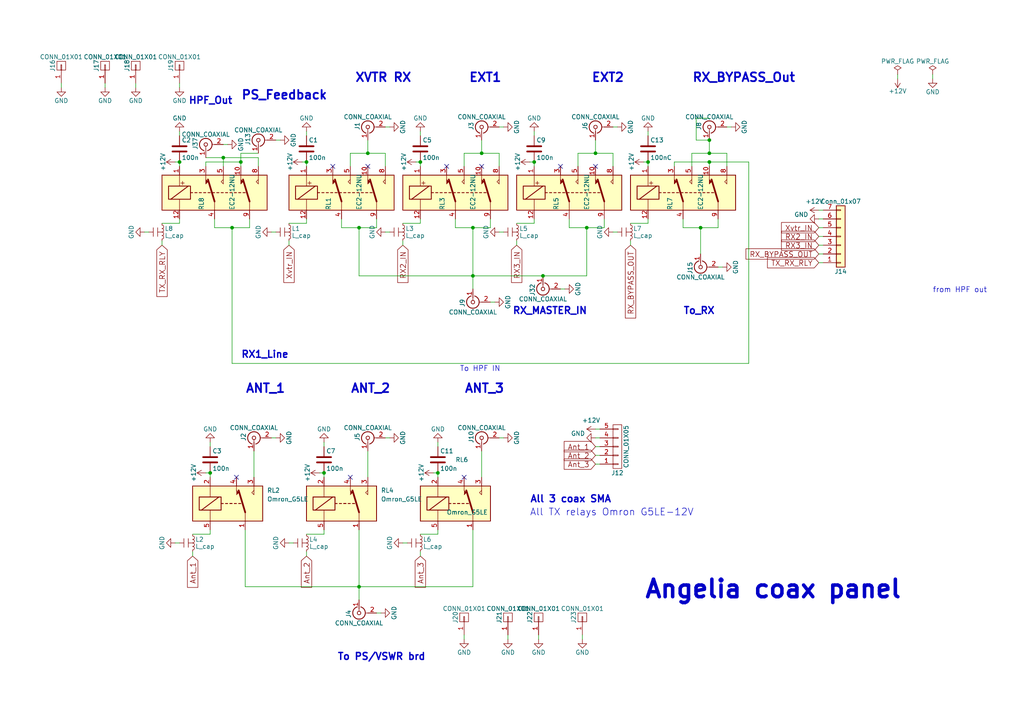
<source format=kicad_sch>
(kicad_sch (version 20230121) (generator eeschema)
  (paper "A4")
  (lib_symbols
    (symbol "Omron_G5LE:Omron_G5LE" (pin_names (offset 1.016))
      (property "Reference" "RL" (at 11.43 3.81 0))
      (property "Value" "Omron_G5LE" (at 11.43 1.27 0))
      (property "Datasheet" "http://gfinder.findernet.com//assets/Series/5/S40EN.pdf" (at 0 0 0))
      (symbol "Omron_G5LE_0_0"
        (polyline (pts (xy 2.54 3.81) (xy 2.54 5.08)))
        (polyline (pts (xy 7.62 3.81) (xy 7.62 5.08)))
        (polyline (pts (xy 7.62 3.81) (xy 7.62 2.54) (xy 6.985 3.175) (xy 7.62 3.81)))
      )
      (symbol "Omron_G5LE_0_1"
        (rectangle (start -10.16 5.08) (end 10.16 -5.08) (stroke (width 0.254)) (fill (type background)))
        (rectangle (start -8.255 1.905) (end -1.905 -1.905) (stroke (width 0.254)))
        (polyline (pts (xy -7.62 -1.905) (xy -2.54 1.905)) (stroke (width 0.254)))
        (polyline (pts (xy -5.08 -5.08) (xy -5.08 -1.905)))
        (polyline (pts (xy -5.08 5.08) (xy -5.08 1.905)))
        (polyline (pts (xy -1.905 0) (xy -1.27 0)) (stroke (width 0.254)))
        (polyline (pts (xy -0.635 0) (xy 0 0)) (stroke (width 0.254)))
        (polyline (pts (xy 0.635 0) (xy 1.27 0)) (stroke (width 0.254)))
        (polyline (pts (xy 0.635 0) (xy 1.27 0)) (stroke (width 0.254)))
        (polyline (pts (xy 1.905 0) (xy 2.54 0)) (stroke (width 0.254)))
        (polyline (pts (xy 3.175 0) (xy 3.81 0)) (stroke (width 0.254)))
        (polyline (pts (xy 5.08 -2.54) (xy 3.175 3.81)) (stroke (width 0.508)))
        (polyline (pts (xy 5.08 -2.54) (xy 5.08 -5.08)))
        (polyline (pts (xy 2.54 2.54) (xy 3.175 3.175) (xy 2.54 3.81)) (fill (type outline)))
      )
      (symbol "Omron_G5LE_1_1"
        (pin passive line (at 5.08 -7.62 90) (length 2.54) (name "~") (number "1"))
        (pin passive line (at -5.08 7.62 270) (length 2.54) (name "~") (number "2"))
        (pin passive line (at 7.62 7.62 270) (length 2.54) (name "~") (number "3"))
        (pin passive line (at 2.54 7.62 270) (length 2.54) (name "~") (number "4"))
        (pin passive line (at -5.08 -7.62 90) (length 2.54) (name "~") (number "5"))
      )
    )
    (symbol "RX_Ant-rescue:+12V" (power) (pin_names (offset 0))
      (property "Value" "+12V" (at 0 3.556 0))
      (symbol "+12V_0_1"
        (polyline (pts (xy -0.762 1.27) (xy 0 2.54)))
        (polyline (pts (xy 0 0) (xy 0 2.54)))
        (polyline (pts (xy 0 2.54) (xy 0.762 1.27)))
      )
      (symbol "+12V_1_1"
        (pin power_in line (at 0 0 90) (length 0) hide (name "+12V") (number "1"))
      )
    )
    (symbol "RX_Ant-rescue:C" (pin_numbers hide) (pin_names (offset 0.254))
      (property "Reference" "C" (at 0.635 2.54 0))
      (property "Value" "C" (at 0.635 -2.54 0))
      (symbol "C_0_1"
        (polyline (pts (xy -2.032 -0.762) (xy 2.032 -0.762)) (stroke (width 0.508)))
        (polyline (pts (xy -2.032 0.762) (xy 2.032 0.762)) (stroke (width 0.508)))
      )
      (symbol "C_1_1"
        (pin passive line (at 0 3.81 270) (length 2.794) (name "~") (number "1"))
        (pin passive line (at 0 -3.81 90) (length 2.794) (name "~") (number "2"))
      )
    )
    (symbol "RX_Ant-rescue:CONN_01X01" (pin_names (offset 1.016) hide)
      (property "Reference" "J" (at 0 2.54 0))
      (property "Value" "CONN_01X01" (at 2.54 0 90))
      (symbol "CONN_01X01_0_1"
        (rectangle (start -1.27 0.127) (end 0.254 -0.127))
        (rectangle (start -1.27 1.27) (end 1.27 -1.27))
      )
      (symbol "CONN_01X01_1_1"
        (pin passive line (at -5.08 0 0) (length 3.81) (name "P1") (number "1"))
      )
    )
    (symbol "RX_Ant-rescue:CONN_01X05" (pin_names (offset 1.016) hide)
      (property "Reference" "J" (at 0 7.62 0))
      (property "Value" "CONN_01X05" (at 2.54 0 90))
      (symbol "CONN_01X05_0_1"
        (rectangle (start -1.27 -4.953) (end 0.254 -5.207))
        (rectangle (start -1.27 -2.413) (end 0.254 -2.667))
        (rectangle (start -1.27 0.127) (end 0.254 -0.127))
        (rectangle (start -1.27 2.667) (end 0.254 2.413))
        (rectangle (start -1.27 5.207) (end 0.254 4.953))
        (rectangle (start -1.27 6.35) (end 1.27 -6.35))
      )
      (symbol "CONN_01X05_1_1"
        (pin passive line (at -5.08 5.08 0) (length 3.81) (name "P1") (number "1"))
        (pin passive line (at -5.08 2.54 0) (length 3.81) (name "P2") (number "2"))
        (pin passive line (at -5.08 0 0) (length 3.81) (name "P3") (number "3"))
        (pin passive line (at -5.08 -2.54 0) (length 3.81) (name "P4") (number "4"))
        (pin passive line (at -5.08 -5.08 0) (length 3.81) (name "P5") (number "5"))
      )
    )
    (symbol "RX_Ant-rescue:CONN_COAXIAL" (pin_names (offset 1.016) hide)
      (property "Reference" "J" (at 0.254 3.048 0))
      (property "Value" "CONN_COAXIAL" (at 2.921 0 90))
      (symbol "CONN_COAXIAL_0_1"
        (arc (start -1.778 -0.508) (mid 0.2311 -1.8066) (end 1.778 0) (stroke (width 0.254)))
        (polyline (pts (xy -1.27 0) (xy -0.508 0)))
        (polyline (pts (xy 0 -2.54) (xy 0 -1.778)))
        (circle (center 0 0) (radius 0.508) (stroke (width 0.2032)))
        (arc (start 1.778 0) (mid 0.2099 1.8101) (end -1.778 0.508) (stroke (width 0.254)))
      )
      (symbol "CONN_COAXIAL_1_1"
        (pin passive line (at -3.81 0 0) (length 2.54) (name "In") (number "1"))
        (pin passive line (at 0 -5.08 90) (length 2.54) (name "Ext") (number "2"))
      )
    )
    (symbol "RX_Ant-rescue:Conn_01x07" (pin_names (offset 1.016) hide)
      (property "Reference" "J" (at 0 10.16 0))
      (property "Value" "Conn_01x07" (at 0 -10.16 0))
      (symbol "Conn_01x07_1_1"
        (rectangle (start -1.27 -7.493) (end 0 -7.747) (stroke (width 0.1524)))
        (rectangle (start -1.27 -4.953) (end 0 -5.207) (stroke (width 0.1524)))
        (rectangle (start -1.27 -2.413) (end 0 -2.667) (stroke (width 0.1524)))
        (rectangle (start -1.27 0.127) (end 0 -0.127) (stroke (width 0.1524)))
        (rectangle (start -1.27 2.667) (end 0 2.413) (stroke (width 0.1524)))
        (rectangle (start -1.27 5.207) (end 0 4.953) (stroke (width 0.1524)))
        (rectangle (start -1.27 7.747) (end 0 7.493) (stroke (width 0.1524)))
        (rectangle (start -1.27 8.89) (end 1.27 -8.89) (stroke (width 0.254)) (fill (type background)))
        (pin passive line (at -5.08 7.62 0) (length 3.81) (name "Pin_1") (number "1"))
        (pin passive line (at -5.08 5.08 0) (length 3.81) (name "Pin_2") (number "2"))
        (pin passive line (at -5.08 2.54 0) (length 3.81) (name "Pin_3") (number "3"))
        (pin passive line (at -5.08 0 0) (length 3.81) (name "Pin_4") (number "4"))
        (pin passive line (at -5.08 -2.54 0) (length 3.81) (name "Pin_5") (number "5"))
        (pin passive line (at -5.08 -5.08 0) (length 3.81) (name "Pin_6") (number "6"))
        (pin passive line (at -5.08 -7.62 0) (length 3.81) (name "Pin_7") (number "7"))
      )
    )
    (symbol "RX_Ant-rescue:GND" (power) (pin_numbers hide) (pin_names (offset 0) hide)
      (property "Value" "GND" (at 0 -3.81 0))
      (symbol "GND_0_1"
        (polyline (pts (xy 0 0) (xy 0 -1.27) (xy 1.27 -1.27) (xy 0 -2.54) (xy -1.27 -1.27) (xy 0 -1.27)))
      )
      (symbol "GND_1_1"
        (pin power_in line (at 0 0 270) (length 0) hide (name "GND") (number "1"))
      )
    )
    (symbol "RX_Ant-rescue:PWR_FLAG" (power) (pin_numbers hide) (pin_names (offset 0) hide)
      (property "Value" "PWR_FLAG" (at 0 3.81 0))
      (symbol "PWR_FLAG_0_0"
        (pin power_out line (at 0 0 90) (length 0) (name "pwr") (number "1"))
      )
      (symbol "PWR_FLAG_0_1"
        (polyline (pts (xy 0 0) (xy 0 1.27) (xy -1.016 1.905) (xy 0 2.54) (xy 1.016 1.905) (xy 0 1.27)))
      )
    )
    (symbol "ee2-5nu:EC2-12NU" (pin_names (offset 1.016))
      (property "Reference" "RL" (at 21.59 3.81 0))
      (property "Value" "EC2-12NU" (at 21.59 1.27 0))
      (symbol "EC2-12NU_0_1"
        (rectangle (start -10.16 5.08) (end 20.32 -5.08) (stroke (width 0.254)) (fill (type background)))
        (rectangle (start -8.255 1.905) (end -1.905 -1.905) (stroke (width 0.254)))
        (polyline (pts (xy -7.62 -1.905) (xy -2.54 1.905)) (stroke (width 0.254)))
        (polyline (pts (xy -5.08 -5.08) (xy -5.08 -1.905)))
        (polyline (pts (xy -5.08 5.08) (xy -5.08 1.905)))
        (polyline (pts (xy -4.699 2.794) (xy -3.683 2.794)))
        (polyline (pts (xy -4.191 3.302) (xy -4.191 2.286)))
        (polyline (pts (xy -1.905 0) (xy -1.27 0)) (stroke (width 0.254)))
        (polyline (pts (xy -0.635 0) (xy 0 0)) (stroke (width 0.254)))
        (polyline (pts (xy 0.635 0) (xy 1.27 0)) (stroke (width 0.254)))
        (polyline (pts (xy 1.905 0) (xy 2.54 0)) (stroke (width 0.254)))
        (polyline (pts (xy 2.54 2.54) (xy 2.54 5.08)))
        (polyline (pts (xy 3.175 0) (xy 3.81 0)) (stroke (width 0.254)))
        (polyline (pts (xy 4.445 0) (xy 5.08 0)) (stroke (width 0.254)))
        (polyline (pts (xy 5.08 -2.54) (xy 3.175 3.81)) (stroke (width 0.508)))
        (polyline (pts (xy 5.08 -2.54) (xy 5.08 -5.08)))
        (polyline (pts (xy 5.715 0) (xy 6.35 0)) (stroke (width 0.254)))
        (polyline (pts (xy 6.985 0) (xy 7.62 0)) (stroke (width 0.254)))
        (polyline (pts (xy 7.62 2.54) (xy 7.62 5.08)))
        (polyline (pts (xy 8.255 0) (xy 8.89 0)) (stroke (width 0.254)))
        (polyline (pts (xy 9.525 0) (xy 10.16 0)) (stroke (width 0.254)))
        (polyline (pts (xy 10.795 0) (xy 11.43 0)) (stroke (width 0.254)))
        (polyline (pts (xy 12.065 0) (xy 12.7 0)) (stroke (width 0.254)))
        (polyline (pts (xy 12.7 2.54) (xy 12.7 5.08)))
        (polyline (pts (xy 13.335 0) (xy 13.97 0)) (stroke (width 0.254)))
        (polyline (pts (xy 15.24 -2.54) (xy 13.335 3.81)) (stroke (width 0.508)))
        (polyline (pts (xy 15.24 -2.54) (xy 15.24 -5.08)))
        (polyline (pts (xy 17.78 2.54) (xy 17.78 5.08)))
        (polyline (pts (xy 2.54 2.54) (xy 3.175 3.175) (xy 2.54 3.81)) (fill (type outline)))
        (polyline (pts (xy 7.62 2.54) (xy 6.985 3.175) (xy 7.62 3.81)))
        (polyline (pts (xy 12.7 2.54) (xy 13.335 3.175) (xy 12.7 3.81)) (fill (type outline)))
        (polyline (pts (xy 17.78 2.54) (xy 17.145 3.175) (xy 17.78 3.81)))
      )
      (symbol "EC2-12NU_1_1"
        (pin passive line (at -5.08 7.62 270) (length 2.54) (name "~") (number "1"))
        (pin passive line (at 12.7 7.62 270) (length 2.54) (name "~") (number "10"))
        (pin passive line (at -5.08 -7.62 90) (length 2.54) (name "~") (number "12"))
        (pin passive line (at 2.54 7.62 270) (length 2.54) (name "~") (number "3"))
        (pin passive line (at 5.08 -7.62 90) (length 2.54) (name "~") (number "4"))
        (pin passive line (at 7.62 7.62 270) (length 2.54) (name "~") (number "5"))
        (pin passive line (at 17.78 7.62 270) (length 2.54) (name "~") (number "8"))
        (pin passive line (at 15.24 -7.62 90) (length 2.54) (name "~") (number "9"))
      )
    )
    (symbol "l_cap:L_cap" (pin_numbers hide) (pin_names (offset 0.254) hide)
      (property "Reference" "L" (at 0.762 1.016 0))
      (property "Value" "L_cap" (at 0.762 -1.016 0))
      (symbol "L_cap_0_1"
        (arc (start 0 -2.032) (mid 0.5058 -1.524) (end 0 -1.016))
        (arc (start 0 -1.016) (mid 0.5058 -0.508) (end 0 0))
        (polyline (pts (xy -2.54 1.27) (xy -2.54 -1.27)))
        (polyline (pts (xy -1.27 1.27) (xy -1.27 -1.27)))
        (polyline (pts (xy 0 0) (xy -1.27 0)))
        (arc (start 0 0) (mid 0.5058 0.508) (end 0 1.016))
        (arc (start 0 1.016) (mid 0.5058 1.524) (end 0 2.032))
      )
      (symbol "L_cap_1_1"
        (pin passive line (at 0 2.54 270) (length 0.508) (name "~") (number "1"))
        (pin input line (at -3.81 0 0) (length 1.1938) (name "~") (number "2"))
        (pin passive line (at 0 -2.54 90) (length 0.508) (name "~") (number "3"))
      )
    )
  )
  (junction (at 69.85 46.99))
  (junction (at 139.7 44.45))
  (junction (at 205.74 46.99))
  (junction (at 52.07 46.99))
  (junction (at 154.94 46.99))
  (junction (at 205.74 44.45))
  (junction (at 127 137.16))
  (junction (at 203.2 66.04))
  (junction (at 137.16 80.01))
  (junction (at 93.98 137.16))
  (junction (at 104.14 66.04))
  (junction (at 67.31 66.04))
  (junction (at 157.48 80.01))
  (junction (at 104.14 170.18))
  (junction (at 121.92 46.99))
  (junction (at 88.9 46.99))
  (junction (at 106.68 44.45))
  (junction (at 205.74 40.64))
  (junction (at 172.72 44.45))
  (junction (at 60.96 137.16))
  (junction (at 137.16 66.04))
  (junction (at 170.18 66.04))
  (junction (at 187.96 46.99))
  (junction (at 64.77 45.72))
  (no_connect (at 101.6 138.43))
  (no_connect (at 106.68 48.26))
  (no_connect (at 162.56 48.26))
  (no_connect (at 139.7 48.26))
  (no_connect (at 129.54 48.26))
  (no_connect (at 172.72 48.26))
  (no_connect (at 96.52 48.26))
  (no_connect (at 68.58 138.43))
  (no_connect (at 134.62 138.43))
  (wire (pts (xy 80.01 67.31) (xy 78.74 67.31)))
  (wire (pts (xy 177.8 36.83) (xy 179.07 36.83)))
  (wire (pts (xy 144.78 44.45) (xy 144.78 48.26)))
  (wire (pts (xy 147.32 184.15) (xy 147.32 185.42)))
  (wire (pts (xy 60.96 137.16) (xy 60.96 138.43)))
  (wire (pts (xy 17.78 24.13) (xy 17.78 25.4)))
  (wire (pts (xy 132.08 66.04) (xy 137.16 66.04)))
  (wire (pts (xy 237.49 60.96) (xy 238.76 60.96)))
  (wire (pts (xy 104.14 153.67) (xy 104.14 170.18)))
  (wire (pts (xy 93.98 129.54) (xy 93.98 128.27)))
  (wire (pts (xy 139.7 40.64) (xy 139.7 44.45)))
  (wire (pts (xy 186.69 46.99) (xy 187.96 46.99)))
  (wire (pts (xy 137.16 170.18) (xy 137.16 153.67)))
  (wire (pts (xy 111.76 44.45) (xy 111.76 48.26)))
  (wire (pts (xy 172.72 132.08) (xy 173.99 132.08)))
  (wire (pts (xy 87.63 46.99) (xy 88.9 46.99)))
  (wire (pts (xy 52.07 64.77) (xy 46.99 64.77)))
  (wire (pts (xy 154.94 63.5) (xy 154.94 64.77)))
  (wire (pts (xy 80.01 40.64) (xy 81.28 40.64)))
  (wire (pts (xy 88.9 63.5) (xy 88.9 64.77)))
  (wire (pts (xy 210.82 44.45) (xy 210.82 48.26)))
  (wire (pts (xy 104.14 170.18) (xy 104.14 173.99)))
  (wire (pts (xy 71.12 153.67) (xy 71.12 170.18)))
  (wire (pts (xy 127 129.54) (xy 127 128.27)))
  (wire (pts (xy 187.96 63.5) (xy 187.96 64.77)))
  (wire (pts (xy 120.65 46.99) (xy 121.92 46.99)))
  (wire (pts (xy 205.74 40.64) (xy 205.74 44.45)))
  (wire (pts (xy 134.62 48.26) (xy 134.62 44.45)))
  (wire (pts (xy 62.23 66.04) (xy 67.31 66.04)))
  (wire (pts (xy 198.12 66.04) (xy 203.2 66.04)))
  (wire (pts (xy 88.9 64.77) (xy 83.82 64.77)))
  (wire (pts (xy 118.11 157.48) (xy 116.84 157.48)))
  (wire (pts (xy 208.28 66.04) (xy 208.28 63.5)))
  (wire (pts (xy 113.03 67.31) (xy 111.76 67.31)))
  (wire (pts (xy 144.78 36.83) (xy 146.05 36.83)))
  (wire (pts (xy 205.74 44.45) (xy 210.82 44.45)))
  (wire (pts (xy 165.1 63.5) (xy 165.1 66.04)))
  (wire (pts (xy 67.31 105.41) (xy 217.17 105.41)))
  (wire (pts (xy 69.85 46.99) (xy 69.85 44.45)))
  (wire (pts (xy 93.98 154.94) (xy 88.9 154.94)))
  (wire (pts (xy 237.49 66.04) (xy 238.76 66.04)))
  (wire (pts (xy 237.49 73.66) (xy 238.76 73.66)))
  (wire (pts (xy 99.06 66.04) (xy 104.14 66.04)))
  (wire (pts (xy 109.22 177.8) (xy 110.49 177.8)))
  (wire (pts (xy 142.24 66.04) (xy 142.24 63.5)))
  (wire (pts (xy 74.93 45.72) (xy 74.93 48.26)))
  (wire (pts (xy 52.07 157.48) (xy 50.8 157.48)))
  (wire (pts (xy 99.06 63.5) (xy 99.06 66.04)))
  (wire (pts (xy 198.12 63.5) (xy 198.12 66.04)))
  (wire (pts (xy 187.96 39.37) (xy 187.96 38.1)))
  (wire (pts (xy 104.14 66.04) (xy 109.22 66.04)))
  (wire (pts (xy 46.99 69.85) (xy 46.99 71.12)))
  (wire (pts (xy 121.92 64.77) (xy 116.84 64.77)))
  (wire (pts (xy 121.92 39.37) (xy 121.92 38.1)))
  (wire (pts (xy 168.91 184.15) (xy 168.91 185.42)))
  (wire (pts (xy 210.82 36.83) (xy 212.09 36.83)))
  (wire (pts (xy 132.08 63.5) (xy 132.08 66.04)))
  (wire (pts (xy 156.21 184.15) (xy 156.21 185.42)))
  (wire (pts (xy 64.77 41.91) (xy 66.04 41.91)))
  (wire (pts (xy 62.23 63.5) (xy 62.23 66.04)))
  (wire (pts (xy 101.6 44.45) (xy 106.68 44.45)))
  (wire (pts (xy 88.9 160.02) (xy 88.9 161.29)))
  (wire (pts (xy 104.14 66.04) (xy 104.14 80.01)))
  (wire (pts (xy 154.94 39.37) (xy 154.94 38.1)))
  (wire (pts (xy 217.17 46.99) (xy 205.74 46.99)))
  (wire (pts (xy 170.18 80.01) (xy 170.18 66.04)))
  (wire (pts (xy 201.93 40.64) (xy 205.74 40.64)))
  (wire (pts (xy 59.69 45.72) (xy 64.77 45.72)))
  (wire (pts (xy 52.07 39.37) (xy 52.07 38.1)))
  (wire (pts (xy 52.07 46.99) (xy 52.07 48.26)))
  (wire (pts (xy 60.96 153.67) (xy 60.96 154.94)))
  (wire (pts (xy 154.94 46.99) (xy 154.94 48.26)))
  (wire (pts (xy 175.26 66.04) (xy 175.26 63.5)))
  (wire (pts (xy 144.78 127) (xy 146.05 127)))
  (wire (pts (xy 195.58 48.26) (xy 195.58 46.99)))
  (wire (pts (xy 64.77 48.26) (xy 64.77 45.72)))
  (wire (pts (xy 170.18 66.04) (xy 175.26 66.04)))
  (wire (pts (xy 182.88 69.85) (xy 182.88 71.12)))
  (wire (pts (xy 55.88 160.02) (xy 55.88 161.29)))
  (wire (pts (xy 134.62 44.45) (xy 139.7 44.45)))
  (wire (pts (xy 78.74 127) (xy 80.01 127)))
  (wire (pts (xy 187.96 64.77) (xy 182.88 64.77)))
  (wire (pts (xy 111.76 36.83) (xy 113.03 36.83)))
  (wire (pts (xy 67.31 66.04) (xy 67.31 105.41)))
  (wire (pts (xy 200.66 44.45) (xy 205.74 44.45)))
  (wire (pts (xy 237.49 71.12) (xy 238.76 71.12)))
  (wire (pts (xy 153.67 46.99) (xy 154.94 46.99)))
  (wire (pts (xy 167.64 48.26) (xy 167.64 44.45)))
  (wire (pts (xy 137.16 80.01) (xy 137.16 83.82)))
  (wire (pts (xy 137.16 66.04) (xy 142.24 66.04)))
  (wire (pts (xy 167.64 44.45) (xy 172.72 44.45)))
  (wire (pts (xy 39.37 24.13) (xy 39.37 25.4)))
  (wire (pts (xy 106.68 40.64) (xy 106.68 44.45)))
  (wire (pts (xy 43.18 67.31) (xy 41.91 67.31)))
  (wire (pts (xy 177.8 44.45) (xy 177.8 48.26)))
  (wire (pts (xy 237.49 63.5) (xy 238.76 63.5)))
  (wire (pts (xy 88.9 39.37) (xy 88.9 38.1)))
  (wire (pts (xy 127 137.16) (xy 127 138.43)))
  (wire (pts (xy 104.14 80.01) (xy 137.16 80.01)))
  (wire (pts (xy 121.92 63.5) (xy 121.92 64.77)))
  (wire (pts (xy 69.85 46.99) (xy 59.69 46.99)))
  (wire (pts (xy 139.7 130.81) (xy 139.7 138.43)))
  (wire (pts (xy 203.2 66.04) (xy 203.2 73.66)))
  (wire (pts (xy 172.72 127) (xy 173.99 127)))
  (wire (pts (xy 67.31 66.04) (xy 72.39 66.04)))
  (wire (pts (xy 217.17 105.41) (xy 217.17 46.99)))
  (wire (pts (xy 179.07 67.31) (xy 177.8 67.31)))
  (wire (pts (xy 116.84 69.85) (xy 116.84 71.12)))
  (wire (pts (xy 172.72 124.46) (xy 173.99 124.46)))
  (wire (pts (xy 93.98 153.67) (xy 93.98 154.94)))
  (wire (pts (xy 59.69 137.16) (xy 60.96 137.16)))
  (wire (pts (xy 121.92 46.99) (xy 121.92 48.26)))
  (wire (pts (xy 172.72 40.64) (xy 172.72 44.45)))
  (wire (pts (xy 60.96 129.54) (xy 60.96 128.27)))
  (wire (pts (xy 157.48 80.01) (xy 170.18 80.01)))
  (wire (pts (xy 106.68 130.81) (xy 106.68 138.43)))
  (wire (pts (xy 172.72 44.45) (xy 177.8 44.45)))
  (wire (pts (xy 200.66 48.26) (xy 200.66 44.45)))
  (wire (pts (xy 106.68 44.45) (xy 111.76 44.45)))
  (wire (pts (xy 109.22 66.04) (xy 109.22 63.5)))
  (wire (pts (xy 104.14 170.18) (xy 137.16 170.18)))
  (wire (pts (xy 30.48 24.13) (xy 30.48 25.4)))
  (wire (pts (xy 238.76 76.2) (xy 237.49 76.2)))
  (wire (pts (xy 60.96 154.94) (xy 55.88 154.94)))
  (wire (pts (xy 270.51 21.59) (xy 270.51 22.86)))
  (wire (pts (xy 50.8 46.99) (xy 52.07 46.99)))
  (wire (pts (xy 64.77 45.72) (xy 74.93 45.72)))
  (wire (pts (xy 127 153.67) (xy 127 154.94)))
  (wire (pts (xy 52.07 24.13) (xy 52.07 25.4)))
  (wire (pts (xy 111.76 127) (xy 113.03 127)))
  (wire (pts (xy 134.62 184.15) (xy 134.62 185.42)))
  (wire (pts (xy 203.2 66.04) (xy 208.28 66.04)))
  (wire (pts (xy 121.92 160.02) (xy 121.92 161.29)))
  (wire (pts (xy 137.16 80.01) (xy 157.48 80.01)))
  (wire (pts (xy 101.6 48.26) (xy 101.6 44.45)))
  (wire (pts (xy 237.49 68.58) (xy 238.76 68.58)))
  (wire (pts (xy 137.16 66.04) (xy 137.16 80.01)))
  (wire (pts (xy 92.71 137.16) (xy 93.98 137.16)))
  (wire (pts (xy 125.73 137.16) (xy 127 137.16)))
  (wire (pts (xy 59.69 46.99) (xy 59.69 48.26)))
  (wire (pts (xy 146.05 67.31) (xy 144.78 67.31)))
  (wire (pts (xy 72.39 66.04) (xy 72.39 63.5)))
  (wire (pts (xy 205.74 34.29) (xy 201.93 34.29)))
  (wire (pts (xy 69.85 48.26) (xy 69.85 46.99)))
  (wire (pts (xy 85.09 157.48) (xy 83.82 157.48)))
  (wire (pts (xy 93.98 137.16) (xy 93.98 138.43)))
  (wire (pts (xy 127 154.94) (xy 121.92 154.94)))
  (wire (pts (xy 172.72 134.62) (xy 173.99 134.62)))
  (wire (pts (xy 52.07 63.5) (xy 52.07 64.77)))
  (wire (pts (xy 172.72 129.54) (xy 173.99 129.54)))
  (wire (pts (xy 205.74 48.26) (xy 205.74 46.99)))
  (wire (pts (xy 260.35 21.59) (xy 260.35 22.86)))
  (wire (pts (xy 142.24 87.63) (xy 143.51 87.63)))
  (wire (pts (xy 71.12 170.18) (xy 104.14 170.18)))
  (wire (pts (xy 201.93 34.29) (xy 201.93 40.64)))
  (wire (pts (xy 205.74 46.99) (xy 195.58 46.99)))
  (wire (pts (xy 208.28 77.47) (xy 209.55 77.47)))
  (wire (pts (xy 69.85 44.45) (xy 74.93 44.45)))
  (wire (pts (xy 83.82 69.85) (xy 83.82 71.12)))
  (wire (pts (xy 187.96 46.99) (xy 187.96 48.26)))
  (wire (pts (xy 73.66 130.81) (xy 73.66 138.43)))
  (wire (pts (xy 163.83 83.82) (xy 162.56 83.82)))
  (wire (pts (xy 154.94 64.77) (xy 149.86 64.77)))
  (wire (pts (xy 149.86 69.85) (xy 149.86 71.12)))
  (wire (pts (xy 88.9 46.99) (xy 88.9 48.26)))
  (wire (pts (xy 139.7 44.45) (xy 144.78 44.45)))
  (wire (pts (xy 165.1 66.04) (xy 170.18 66.04)))
  (text "RX_BYPASS_Out" (at 200.66 24.13 0) (effects (font (size 2.54 2.54) (thickness 0.508) bold) (justify left bottom)))
  (text "RX1_Line" (at 69.85 104.14 0) (effects (font (size 2.0066 2.0066) (thickness 0.4013) bold) (justify left bottom)))
  (text "XVTR RX\n" (at 102.87 24.13 0) (effects (font (size 2.54 2.54) (thickness 0.508) bold) (justify left bottom)))
  (text "To HPF IN" (at 133.35 107.95 0) (effects (font (size 1.524 1.524)) (justify left bottom)))
  (text "To PS/VSWR brd\n" (at 97.79 191.77 0) (effects (font (size 2.0066 2.0066) (thickness 0.4013) bold) (justify left bottom)))
  (text "EXT2" (at 171.45 24.13 0) (effects (font (size 2.54 2.54) (thickness 0.508) bold) (justify left bottom)))
  (text "RX_MASTER_IN" (at 148.59 91.44 0) (effects (font (size 2.0066 2.0066) (thickness 0.4013) bold) (justify left bottom)))
  (text "ANT_2\n" (at 101.6 114.3 0) (effects (font (size 2.54 2.54) (thickness 0.508) bold) (justify left bottom)))
  (text "HPF_Out" (at 54.61 30.48 0) (effects (font (size 2.0066 2.0066) (thickness 0.4013) bold) (justify left bottom)))
  (text "ANT_1\n" (at 71.12 114.3 0) (effects (font (size 2.54 2.54) (thickness 0.508) bold) (justify left bottom)))
  (text "from HPF out" (at 270.51 85.09 0) (effects (font (size 1.524 1.524)) (justify left bottom)))
  (text "To_RX" (at 198.12 91.44 0) (effects (font (size 2.0066 2.0066) (thickness 0.4013) bold) (justify left bottom)))
  (text "PS_Feedback\n" (at 69.85 29.21 0) (effects (font (size 2.54 2.54) (thickness 0.508) bold) (justify left bottom)))
  (text "EXT1" (at 135.89 24.13 0) (effects (font (size 2.54 2.54) (thickness 0.508) bold) (justify left bottom)))
  (text "All TX relays Omron G5LE-12V" (at 153.67 149.86 0) (effects (font (size 2.0066 2.0066)) (justify left bottom)))
  (text "All 3 coax SMA\n" (at 153.67 146.05 0) (effects (font (size 2.0066 2.0066) (thickness 0.4013) bold) (justify left bottom)))
  (text "ANT_3" (at 134.62 114.3 0) (effects (font (size 2.54 2.54) (thickness 0.508) bold) (justify left bottom)))
  (text "Angelia coax panel\n" (at 186.69 173.99 0) (effects (font (size 5.08 5.08) (thickness 1.016) bold) (justify left bottom)))
  (global_label "Xvtr_IN" (shape input) (at 83.82 71.12 270) (effects (font (size 1.524 1.524))) (property "Intersheetrefs" "${INTERSHEET_REFS}" (effects hide)))
  (global_label "RX3_IN" (shape input) (at 237.49 71.12 180) (effects (font (size 1.524 1.524))) (property "Intersheetrefs" "${INTERSHEET_REFS}" (effects hide)))
  (global_label "Ant_3" (shape input) (at 172.72 134.62 180) (effects (font (size 1.524 1.524))) (property "Intersheetrefs" "${INTERSHEET_REFS}" (effects hide)))
  (global_label "Ant_2" (shape input) (at 88.9 161.29 270) (effects (font (size 1.524 1.524))) (property "Intersheetrefs" "${INTERSHEET_REFS}" (effects hide)))
  (global_label "Ant_3" (shape input) (at 121.92 161.29 270) (effects (font (size 1.524 1.524))) (property "Intersheetrefs" "${INTERSHEET_REFS}" (effects hide)))
  (global_label "RX2_IN" (shape input) (at 116.84 71.12 270) (effects (font (size 1.524 1.524))) (property "Intersheetrefs" "${INTERSHEET_REFS}" (effects hide)))
  (global_label "Ant_1" (shape input) (at 55.88 161.29 270) (effects (font (size 1.524 1.524))) (property "Intersheetrefs" "${INTERSHEET_REFS}" (effects hide)))
  (global_label "RX2_IN" (shape input) (at 237.49 68.58 180) (effects (font (size 1.524 1.524))) (property "Intersheetrefs" "${INTERSHEET_REFS}" (effects hide)))
  (global_label "Ant_2" (shape input) (at 172.72 132.08 180) (effects (font (size 1.524 1.524))) (property "Intersheetrefs" "${INTERSHEET_REFS}" (effects hide)))
  (global_label "RX_BYPASS_OUT" (shape input) (at 182.88 71.12 270) (effects (font (size 1.524 1.524))) (property "Intersheetrefs" "${INTERSHEET_REFS}" (effects hide)))
  (global_label "Xvtr_IN" (shape input) (at 237.49 66.04 180) (effects (font (size 1.524 1.524))) (property "Intersheetrefs" "${INTERSHEET_REFS}" (effects hide)))
  (global_label "TX_RX_RLY" (shape input) (at 237.49 76.2 180) (effects (font (size 1.524 1.524))) (property "Intersheetrefs" "${INTERSHEET_REFS}" (effects hide)))
  (global_label "Ant_1" (shape input) (at 172.72 129.54 180) (effects (font (size 1.524 1.524))) (property "Intersheetrefs" "${INTERSHEET_REFS}" (effects hide)))
  (global_label "TX_RX_RLY" (shape input) (at 46.99 71.12 270) (effects (font (size 1.524 1.524))) (property "Intersheetrefs" "${INTERSHEET_REFS}" (effects hide)))
  (global_label "RX_BYPASS_OUT" (shape input) (at 237.49 73.66 180) (effects (font (size 1.524 1.524))) (property "Intersheetrefs" "${INTERSHEET_REFS}" (effects hide)))
  (global_label "RX3_IN" (shape input) (at 149.86 71.12 270) (effects (font (size 1.524 1.524))) (property "Intersheetrefs" "${INTERSHEET_REFS}" (effects hide)))
  (symbol (lib_id "RX_Ant-rescue:CONN_COAXIAL") (at 106.68 36.83 90) (unit 1)
    (property "Reference" "J1" (at 103.632 36.576 0))
    (property "Value" "CONN_COAXIAL" (at 106.68 33.909 90))
    (property "Footprint" "conn_rf:sma_straight_32k101-400l5" (effects hide))
  )
  (symbol (lib_id "ee2-5nu:EC2-12NU") (at 93.98 55.88 0) (unit 1)
    (property "Reference" "RL1" (at 95.25 60.96 90) (effects (justify left)))
    (property "Value" "EC2-12NU" (at 104.14 60.96 90) (effects (justify left)))
    (property "Footprint" "2_Form_C_Relay:THT_2_formC" (effects hide))
  )
  (symbol (lib_id "RX_Ant-rescue:GND") (at 270.51 22.86 0) (unit 1)
    (property "Reference" "#PWR01" (effects hide))
    (property "Value" "GND" (at 270.51 26.67 0))
  )
  (symbol (lib_id "RX_Ant-rescue:PWR_FLAG") (at 270.51 21.59 0) (unit 1)
    (property "Reference" "#FLG02" (effects hide))
    (property "Value" "PWR_FLAG" (at 270.51 17.78 0))
  )
  (symbol (lib_id "RX_Ant-rescue:+12V") (at 87.63 46.99 90) (unit 1)
    (property "Reference" "#PWR03" (effects hide))
    (property "Value" "+12V" (at 84.074 46.99 0))
  )
  (symbol (lib_id "RX_Ant-rescue:C") (at 88.9 43.18 0) (unit 1)
    (property "Reference" "C1" (at 89.535 40.64 0) (effects (justify left)))
    (property "Value" "100n" (at 89.535 45.72 0) (effects (justify left)))
    (property "Footprint" "Capacitors_SMD:C_0805_HandSoldering" (effects hide))
  )
  (symbol (lib_id "RX_Ant-rescue:GND") (at 88.9 38.1 180) (unit 1)
    (property "Reference" "#PWR04" (effects hide))
    (property "Value" "GND" (at 88.9 34.29 0))
  )
  (symbol (lib_id "RX_Ant-rescue:GND") (at 113.03 36.83 90) (unit 1)
    (property "Reference" "#PWR05" (effects hide))
    (property "Value" "GND" (at 116.84 36.83 0))
  )
  (symbol (lib_id "RX_Ant-rescue:PWR_FLAG") (at 260.35 21.59 0) (unit 1)
    (property "Reference" "#FLG06" (effects hide))
    (property "Value" "PWR_FLAG" (at 260.35 17.78 0))
  )
  (symbol (lib_id "RX_Ant-rescue:+12V") (at 260.35 22.86 180) (unit 1)
    (property "Reference" "#PWR07" (effects hide))
    (property "Value" "+12V" (at 260.35 26.416 0))
  )
  (symbol (lib_id "RX_Ant-rescue:CONN_COAXIAL") (at 139.7 36.83 90) (unit 1)
    (property "Reference" "J3" (at 136.652 36.576 0))
    (property "Value" "CONN_COAXIAL" (at 139.7 33.909 90))
    (property "Footprint" "conn_rf:sma_straight_32k101-400l5" (effects hide))
  )
  (symbol (lib_id "ee2-5nu:EC2-12NU") (at 127 55.88 0) (unit 1)
    (property "Reference" "RL3" (at 128.27 60.96 90) (effects (justify left)))
    (property "Value" "EC2-12NU" (at 137.16 60.96 90) (effects (justify left)))
    (property "Footprint" "2_Form_C_Relay:THT_2_formC" (effects hide))
  )
  (symbol (lib_id "RX_Ant-rescue:+12V") (at 120.65 46.99 90) (unit 1)
    (property "Reference" "#PWR08" (effects hide))
    (property "Value" "+12V" (at 117.094 46.99 0))
  )
  (symbol (lib_id "RX_Ant-rescue:C") (at 121.92 43.18 0) (unit 1)
    (property "Reference" "C5" (at 122.555 40.64 0) (effects (justify left)))
    (property "Value" "100n" (at 122.555 45.72 0) (effects (justify left)))
    (property "Footprint" "Capacitors_SMD:C_0805_HandSoldering" (effects hide))
  )
  (symbol (lib_id "RX_Ant-rescue:GND") (at 121.92 38.1 180) (unit 1)
    (property "Reference" "#PWR09" (effects hide))
    (property "Value" "GND" (at 121.92 34.29 0))
  )
  (symbol (lib_id "RX_Ant-rescue:GND") (at 146.05 36.83 90) (unit 1)
    (property "Reference" "#PWR010" (effects hide))
    (property "Value" "GND" (at 149.86 36.83 0))
  )
  (symbol (lib_id "RX_Ant-rescue:CONN_COAXIAL") (at 172.72 36.83 90) (unit 1)
    (property "Reference" "J6" (at 169.672 36.576 0))
    (property "Value" "CONN_COAXIAL" (at 172.72 33.909 90))
    (property "Footprint" "conn_rf:sma_straight_32k101-400l5" (effects hide))
  )
  (symbol (lib_id "ee2-5nu:EC2-12NU") (at 160.02 55.88 0) (unit 1)
    (property "Reference" "RL5" (at 161.29 60.96 90) (effects (justify left)))
    (property "Value" "EC2-12NU" (at 170.18 60.96 90) (effects (justify left)))
    (property "Footprint" "2_Form_C_Relay:THT_2_formC" (effects hide))
  )
  (symbol (lib_id "RX_Ant-rescue:+12V") (at 153.67 46.99 90) (unit 1)
    (property "Reference" "#PWR011" (effects hide))
    (property "Value" "+12V" (at 150.114 46.99 0))
  )
  (symbol (lib_id "RX_Ant-rescue:C") (at 154.94 43.18 0) (unit 1)
    (property "Reference" "C9" (at 155.575 40.64 0) (effects (justify left)))
    (property "Value" "100n" (at 155.575 45.72 0) (effects (justify left)))
    (property "Footprint" "Capacitors_SMD:C_0805_HandSoldering" (effects hide))
  )
  (symbol (lib_id "RX_Ant-rescue:GND") (at 154.94 38.1 180) (unit 1)
    (property "Reference" "#PWR012" (effects hide))
    (property "Value" "GND" (at 154.94 34.29 0))
  )
  (symbol (lib_id "RX_Ant-rescue:GND") (at 179.07 36.83 90) (unit 1)
    (property "Reference" "#PWR013" (effects hide))
    (property "Value" "GND" (at 182.88 36.83 0))
  )
  (symbol (lib_id "RX_Ant-rescue:CONN_COAXIAL") (at 205.74 36.83 90) (unit 1)
    (property "Reference" "J8" (at 202.692 36.576 0))
    (property "Value" "CONN_COAXIAL" (at 205.74 33.909 90))
    (property "Footprint" "conn_rf:sma_straight_32k101-400l5" (effects hide))
  )
  (symbol (lib_id "ee2-5nu:EC2-12NU") (at 193.04 55.88 0) (unit 1)
    (property "Reference" "RL7" (at 194.31 60.96 90) (effects (justify left)))
    (property "Value" "EC2-12NU" (at 203.2 60.96 90) (effects (justify left)))
    (property "Footprint" "2_Form_C_Relay:THT_2_formC" (effects hide))
  )
  (symbol (lib_id "RX_Ant-rescue:+12V") (at 186.69 46.99 90) (unit 1)
    (property "Reference" "#PWR014" (effects hide))
    (property "Value" "+12V" (at 183.134 46.99 0))
  )
  (symbol (lib_id "RX_Ant-rescue:C") (at 187.96 43.18 0) (unit 1)
    (property "Reference" "C13" (at 188.595 40.64 0) (effects (justify left)))
    (property "Value" "100nC" (at 188.595 45.72 0) (effects (justify left)))
    (property "Footprint" "Capacitors_SMD:C_0805_HandSoldering" (effects hide))
  )
  (symbol (lib_id "RX_Ant-rescue:GND") (at 187.96 38.1 180) (unit 1)
    (property "Reference" "#PWR015" (effects hide))
    (property "Value" "GND" (at 187.96 34.29 0))
  )
  (symbol (lib_id "RX_Ant-rescue:GND") (at 212.09 36.83 90) (unit 1)
    (property "Reference" "#PWR016" (effects hide))
    (property "Value" "GND" (at 215.9 36.83 0))
  )
  (symbol (lib_id "RX_Ant-rescue:CONN_COAXIAL") (at 73.66 127 90) (unit 1)
    (property "Reference" "J2" (at 70.612 126.746 0))
    (property "Value" "CONN_COAXIAL" (at 73.66 124.079 90))
    (property "Footprint" "conn_rf:sma_straight_32k101-400l5" (effects hide))
  )
  (symbol (lib_id "RX_Ant-rescue:+12V") (at 59.69 137.16 90) (unit 1)
    (property "Reference" "#PWR017" (effects hide))
    (property "Value" "+12V" (at 56.134 137.16 0))
  )
  (symbol (lib_id "RX_Ant-rescue:C") (at 60.96 133.35 0) (unit 1)
    (property "Reference" "C3" (at 61.595 130.81 0) (effects (justify left)))
    (property "Value" "100n" (at 61.595 135.89 0) (effects (justify left)))
    (property "Footprint" "Capacitors_SMD:C_0805_HandSoldering" (effects hide))
  )
  (symbol (lib_id "RX_Ant-rescue:GND") (at 60.96 128.27 180) (unit 1)
    (property "Reference" "#PWR018" (effects hide))
    (property "Value" "GND" (at 60.96 124.46 0))
  )
  (symbol (lib_id "RX_Ant-rescue:GND") (at 80.01 127 90) (unit 1)
    (property "Reference" "#PWR019" (effects hide))
    (property "Value" "GND" (at 83.82 127 0))
  )
  (symbol (lib_id "RX_Ant-rescue:CONN_COAXIAL") (at 106.68 127 90) (unit 1)
    (property "Reference" "J5" (at 103.632 126.746 0))
    (property "Value" "CONN_COAXIAL" (at 106.68 124.079 90))
    (property "Footprint" "conn_rf:sma_straight_32k101-400l5" (effects hide))
  )
  (symbol (lib_id "RX_Ant-rescue:+12V") (at 92.71 137.16 90) (unit 1)
    (property "Reference" "#PWR020" (effects hide))
    (property "Value" "+12V" (at 89.154 137.16 0))
  )
  (symbol (lib_id "RX_Ant-rescue:C") (at 93.98 133.35 0) (unit 1)
    (property "Reference" "C7" (at 94.615 130.81 0) (effects (justify left)))
    (property "Value" "100n" (at 94.615 135.89 0) (effects (justify left)))
    (property "Footprint" "Capacitors_SMD:C_0805_HandSoldering" (effects hide))
  )
  (symbol (lib_id "RX_Ant-rescue:GND") (at 93.98 128.27 180) (unit 1)
    (property "Reference" "#PWR021" (effects hide))
    (property "Value" "GND" (at 93.98 124.46 0))
  )
  (symbol (lib_id "RX_Ant-rescue:GND") (at 113.03 127 90) (unit 1)
    (property "Reference" "#PWR022" (effects hide))
    (property "Value" "GND" (at 116.84 127 0))
  )
  (symbol (lib_id "RX_Ant-rescue:+12V") (at 125.73 137.16 90) (unit 1)
    (property "Reference" "#PWR023" (effects hide))
    (property "Value" "+12V" (at 122.174 137.16 0))
  )
  (symbol (lib_id "RX_Ant-rescue:C") (at 127 133.35 0) (unit 1)
    (property "Reference" "C11" (at 127.635 130.81 0) (effects (justify left)))
    (property "Value" "100n" (at 127.635 135.89 0) (effects (justify left)))
    (property "Footprint" "Capacitors_SMD:C_0805_HandSoldering" (effects hide))
  )
  (symbol (lib_id "RX_Ant-rescue:GND") (at 127 128.27 180) (unit 1)
    (property "Reference" "#PWR024" (effects hide))
    (property "Value" "GND" (at 127 124.46 0))
  )
  (symbol (lib_id "RX_Ant-rescue:CONN_COAXIAL") (at 104.14 177.8 90) (mirror x) (unit 1)
    (property "Reference" "J4" (at 101.092 178.054 0))
    (property "Value" "CONN_COAXIAL" (at 104.14 180.721 90))
    (property "Footprint" "conn_rf:sma_straight_32k101-400l5" (effects hide))
  )
  (symbol (lib_id "RX_Ant-rescue:GND") (at 110.49 177.8 90) (mirror x) (unit 1)
    (property "Reference" "#PWR025" (effects hide))
    (property "Value" "GND" (at 114.3 177.8 0))
  )
  (symbol (lib_id "RX_Ant-rescue:CONN_01X05") (at 179.07 129.54 0) (mirror x) (unit 1)
    (property "Reference" "J12" (at 179.07 137.16 0))
    (property "Value" "CONN_01X05" (at 181.61 129.54 90))
    (property "Footprint" "conn_kk100:kk100_22-23-2051" (effects hide))
  )
  (symbol (lib_id "RX_Ant-rescue:GND") (at 237.49 63.5 270) (unit 1)
    (property "Reference" "#PWR026" (effects hide))
    (property "Value" "GND" (at 232.41 62.23 90))
  )
  (symbol (lib_id "RX_Ant-rescue:+12V") (at 237.49 60.96 90) (unit 1)
    (property "Reference" "#PWR027" (effects hide))
    (property "Value" "+12V" (at 236.22 58.42 90))
  )
  (symbol (lib_id "RX_Ant-rescue:GND") (at 172.72 127 270) (unit 1)
    (property "Reference" "#PWR028" (effects hide))
    (property "Value" "GND" (at 167.64 125.73 90))
  )
  (symbol (lib_id "RX_Ant-rescue:+12V") (at 172.72 124.46 90) (unit 1)
    (property "Reference" "#PWR029" (effects hide))
    (property "Value" "+12V" (at 171.45 121.92 90))
  )
  (symbol (lib_id "RX_Ant-rescue:CONN_COAXIAL") (at 137.16 87.63 90) (mirror x) (unit 1)
    (property "Reference" "J9" (at 134.112 87.884 0))
    (property "Value" "CONN_COAXIAL" (at 137.16 90.551 90))
    (property "Footprint" "conn_rf:sma_straight_32k101-400l5" (effects hide))
  )
  (symbol (lib_id "RX_Ant-rescue:GND") (at 143.51 87.63 90) (mirror x) (unit 1)
    (property "Reference" "#PWR030" (effects hide))
    (property "Value" "GND" (at 147.32 87.63 0))
  )
  (symbol (lib_id "RX_Ant-rescue:CONN_COAXIAL") (at 139.7 127 90) (unit 1)
    (property "Reference" "J10" (at 136.652 126.746 0))
    (property "Value" "CONN_COAXIAL" (at 139.7 124.079 90))
    (property "Footprint" "conn_rf:sma_straight_32k101-400l5" (effects hide))
  )
  (symbol (lib_id "RX_Ant-rescue:GND") (at 146.05 127 90) (unit 1)
    (property "Reference" "#PWR031" (effects hide))
    (property "Value" "GND" (at 149.86 127 0))
  )
  (symbol (lib_id "RX_Ant-rescue:CONN_COAXIAL") (at 203.2 77.47 90) (mirror x) (unit 1)
    (property "Reference" "J15" (at 200.152 77.724 0))
    (property "Value" "CONN_COAXIAL" (at 203.2 80.391 90))
    (property "Footprint" "conn_rf:sma_straight_32k101-400l5" (effects hide))
  )
  (symbol (lib_id "RX_Ant-rescue:GND") (at 209.55 77.47 90) (mirror x) (unit 1)
    (property "Reference" "#PWR032" (effects hide))
    (property "Value" "GND" (at 213.36 77.47 0))
  )
  (symbol (lib_id "l_cap:L_cap") (at 121.92 157.48 0) (unit 1)
    (property "Reference" "L6" (at 122.682 156.464 0) (effects (justify left)))
    (property "Value" "L_cap" (at 122.682 158.496 0) (effects (justify left)))
    (property "Footprint" "Ferrite_LC_NFM41P:Ferrite_LC_NFM41P" (effects hide))
  )
  (symbol (lib_id "l_cap:L_cap") (at 182.88 67.31 0) (unit 1)
    (property "Reference" "L7" (at 183.642 66.294 0) (effects (justify left)))
    (property "Value" "L_cap" (at 183.642 68.326 0) (effects (justify left)))
    (property "Footprint" "Ferrite_LC_NFM41P:Ferrite_LC_NFM41P" (effects hide))
  )
  (symbol (lib_id "l_cap:L_cap") (at 149.86 67.31 0) (unit 1)
    (property "Reference" "L5" (at 150.622 66.294 0) (effects (justify left)))
    (property "Value" "L_cap" (at 150.622 68.326 0) (effects (justify left)))
    (property "Footprint" "Ferrite_LC_NFM41P:Ferrite_LC_NFM41P" (effects hide))
  )
  (symbol (lib_id "l_cap:L_cap") (at 116.84 67.31 0) (unit 1)
    (property "Reference" "L3" (at 117.602 66.294 0) (effects (justify left)))
    (property "Value" "L_cap" (at 117.602 68.326 0) (effects (justify left)))
    (property "Footprint" "Ferrite_LC_NFM41P:Ferrite_LC_NFM41P" (effects hide))
  )
  (symbol (lib_id "l_cap:L_cap") (at 83.82 67.31 0) (unit 1)
    (property "Reference" "L1" (at 84.582 66.294 0) (effects (justify left)))
    (property "Value" "L_cap" (at 84.582 68.326 0) (effects (justify left)))
    (property "Footprint" "Ferrite_LC_NFM41P:Ferrite_LC_NFM41P" (effects hide))
  )
  (symbol (lib_id "l_cap:L_cap") (at 55.88 157.48 0) (unit 1)
    (property "Reference" "L2" (at 56.642 156.464 0) (effects (justify left)))
    (property "Value" "L_cap" (at 56.642 158.496 0) (effects (justify left)))
    (property "Footprint" "Ferrite_LC_NFM41P:Ferrite_LC_NFM41P" (effects hide))
  )
  (symbol (lib_id "l_cap:L_cap") (at 88.9 157.48 0) (unit 1)
    (property "Reference" "L4" (at 89.662 156.464 0) (effects (justify left)))
    (property "Value" "L_cap" (at 89.662 158.496 0) (effects (justify left)))
    (property "Footprint" "Ferrite_LC_NFM41P:Ferrite_LC_NFM41P" (effects hide))
  )
  (symbol (lib_id "RX_Ant-rescue:GND") (at 116.84 157.48 270) (mirror x) (unit 1)
    (property "Reference" "#PWR033" (effects hide))
    (property "Value" "GND" (at 113.03 157.48 0))
  )
  (symbol (lib_id "RX_Ant-rescue:GND") (at 78.74 67.31 270) (mirror x) (unit 1)
    (property "Reference" "#PWR034" (effects hide))
    (property "Value" "GND" (at 74.93 67.31 0))
  )
  (symbol (lib_id "RX_Ant-rescue:GND") (at 111.76 67.31 270) (mirror x) (unit 1)
    (property "Reference" "#PWR035" (effects hide))
    (property "Value" "GND" (at 107.95 67.31 0))
  )
  (symbol (lib_id "RX_Ant-rescue:GND") (at 144.78 67.31 270) (mirror x) (unit 1)
    (property "Reference" "#PWR036" (effects hide))
    (property "Value" "GND" (at 140.97 67.31 0))
  )
  (symbol (lib_id "RX_Ant-rescue:GND") (at 177.8 67.31 270) (mirror x) (unit 1)
    (property "Reference" "#PWR037" (effects hide))
    (property "Value" "GND" (at 173.99 67.31 0))
  )
  (symbol (lib_id "RX_Ant-rescue:GND") (at 50.8 157.48 270) (mirror x) (unit 1)
    (property "Reference" "#PWR038" (effects hide))
    (property "Value" "GND" (at 46.99 157.48 0))
  )
  (symbol (lib_id "RX_Ant-rescue:GND") (at 83.82 157.48 270) (mirror x) (unit 1)
    (property "Reference" "#PWR039" (effects hide))
    (property "Value" "GND" (at 80.01 157.48 0))
  )
  (symbol (lib_id "Omron_G5LE:Omron_G5LE") (at 132.08 146.05 0) (unit 1)
    (property "Reference" "RL6" (at 132.08 133.35 0) (effects (justify left)))
    (property "Value" "Omron_G5LE" (at 129.54 148.59 0) (effects (justify left)))
    (property "Footprint" "Omron_G5LE:Omron_G5LE" (effects hide))
  )
  (symbol (lib_id "Omron_G5LE:Omron_G5LE") (at 99.06 146.05 0) (unit 1)
    (property "Reference" "RL4" (at 110.49 142.24 0) (effects (justify left)))
    (property "Value" "Omron_G5LE" (at 110.49 144.78 0) (effects (justify left)))
    (property "Footprint" "Omron_G5LE:Omron_G5LE" (effects hide))
  )
  (symbol (lib_id "Omron_G5LE:Omron_G5LE") (at 66.04 146.05 0) (unit 1)
    (property "Reference" "RL2" (at 77.47 142.24 0) (effects (justify left)))
    (property "Value" "Omron_G5LE" (at 77.47 144.78 0) (effects (justify left)))
    (property "Footprint" "Omron_G5LE:Omron_G5LE" (effects hide))
  )
  (symbol (lib_id "RX_Ant-rescue:GND") (at 17.78 25.4 0) (unit 1)
    (property "Reference" "#PWR040" (effects hide))
    (property "Value" "GND" (at 17.78 29.21 0))
  )
  (symbol (lib_id "RX_Ant-rescue:CONN_01X01") (at 17.78 19.05 90) (unit 1)
    (property "Reference" "J16" (at 15.24 19.05 0))
    (property "Value" "CONN_01X01" (at 17.78 16.51 90))
    (property "Footprint" "Mounting_Holes:MountingHole_3.5mm_Pad" (effects hide))
  )
  (symbol (lib_id "RX_Ant-rescue:GND") (at 30.48 25.4 0) (unit 1)
    (property "Reference" "#PWR041" (effects hide))
    (property "Value" "GND" (at 30.48 29.21 0))
  )
  (symbol (lib_id "RX_Ant-rescue:CONN_01X01") (at 30.48 19.05 90) (unit 1)
    (property "Reference" "J17" (at 27.94 19.05 0))
    (property "Value" "CONN_01X01" (at 30.48 16.51 90))
    (property "Footprint" "Mounting_Holes:MountingHole_3.5mm_Pad" (effects hide))
  )
  (symbol (lib_id "RX_Ant-rescue:GND") (at 39.37 25.4 0) (unit 1)
    (property "Reference" "#PWR042" (effects hide))
    (property "Value" "GND" (at 39.37 29.21 0))
  )
  (symbol (lib_id "RX_Ant-rescue:CONN_01X01") (at 39.37 19.05 90) (unit 1)
    (property "Reference" "J18" (at 36.83 19.05 0))
    (property "Value" "CONN_01X01" (at 39.37 16.51 90))
    (property "Footprint" "Mounting_Holes:MountingHole_3.5mm_Pad" (effects hide))
  )
  (symbol (lib_id "RX_Ant-rescue:GND") (at 52.07 25.4 0) (unit 1)
    (property "Reference" "#PWR043" (effects hide))
    (property "Value" "GND" (at 52.07 29.21 0))
  )
  (symbol (lib_id "RX_Ant-rescue:CONN_01X01") (at 52.07 19.05 90) (unit 1)
    (property "Reference" "J19" (at 49.53 19.05 0))
    (property "Value" "CONN_01X01" (at 52.07 16.51 90))
    (property "Footprint" "Mounting_Holes:MountingHole_3.5mm_Pad" (effects hide))
  )
  (symbol (lib_id "RX_Ant-rescue:GND") (at 134.62 185.42 0) (unit 1)
    (property "Reference" "#PWR044" (effects hide))
    (property "Value" "GND" (at 134.62 189.23 0))
  )
  (symbol (lib_id "RX_Ant-rescue:CONN_01X01") (at 134.62 179.07 90) (unit 1)
    (property "Reference" "J20" (at 132.08 179.07 0))
    (property "Value" "CONN_01X01" (at 134.62 176.53 90))
    (property "Footprint" "Mounting_Holes:MountingHole_3.5mm_Pad" (effects hide))
  )
  (symbol (lib_id "RX_Ant-rescue:GND") (at 147.32 185.42 0) (unit 1)
    (property "Reference" "#PWR045" (effects hide))
    (property "Value" "GND" (at 147.32 189.23 0))
  )
  (symbol (lib_id "RX_Ant-rescue:CONN_01X01") (at 147.32 179.07 90) (unit 1)
    (property "Reference" "J21" (at 144.78 179.07 0))
    (property "Value" "CONN_01X01" (at 147.32 176.53 90))
    (property "Footprint" "Mounting_Holes:MountingHole_3.5mm_Pad" (effects hide))
  )
  (symbol (lib_id "RX_Ant-rescue:GND") (at 156.21 185.42 0) (unit 1)
    (property "Reference" "#PWR046" (effects hide))
    (property "Value" "GND" (at 156.21 189.23 0))
  )
  (symbol (lib_id "RX_Ant-rescue:CONN_01X01") (at 156.21 179.07 90) (unit 1)
    (property "Reference" "J22" (at 153.67 179.07 0))
    (property "Value" "CONN_01X01" (at 156.21 176.53 90))
    (property "Footprint" "Mounting_Holes:MountingHole_3.5mm_Pad" (effects hide))
  )
  (symbol (lib_id "RX_Ant-rescue:GND") (at 168.91 185.42 0) (unit 1)
    (property "Reference" "#PWR047" (effects hide))
    (property "Value" "GND" (at 168.91 189.23 0))
  )
  (symbol (lib_id "RX_Ant-rescue:CONN_01X01") (at 168.91 179.07 90) (unit 1)
    (property "Reference" "J23" (at 166.37 179.07 0))
    (property "Value" "CONN_01X01" (at 168.91 176.53 90))
    (property "Footprint" "Mounting_Holes:MountingHole_3.5mm_Pad" (effects hide))
  )
  (symbol (lib_id "RX_Ant-rescue:CONN_COAXIAL") (at 157.48 83.82 90) (mirror x) (unit 1)
    (property "Reference" "J32" (at 154.432 84.074 0))
    (property "Value" "CONN_COAXIAL" (at 157.48 86.741 90))
    (property "Footprint" "conn_rf:sma_straight_32k101-400l5" (effects hide))
  )
  (symbol (lib_id "RX_Ant-rescue:GND") (at 163.83 83.82 90) (mirror x) (unit 1)
    (property "Reference" "#PWR048" (effects hide))
    (property "Value" "GND" (at 167.64 83.82 0))
  )
  (symbol (lib_id "ee2-5nu:EC2-12NU") (at 57.15 55.88 0) (unit 1)
    (property "Reference" "RL8" (at 58.42 60.96 90) (effects (justify left)))
    (property "Value" "EC2-12NU" (at 67.31 60.96 90) (effects (justify left)))
    (property "Footprint" "2_Form_C_Relay:THT_2_formC" (effects hide))
  )
  (symbol (lib_id "RX_Ant-rescue:+12V") (at 50.8 46.99 90) (unit 1)
    (property "Reference" "#PWR049" (effects hide))
    (property "Value" "+12V" (at 47.244 46.99 0))
  )
  (symbol (lib_id "RX_Ant-rescue:C") (at 52.07 43.18 0) (unit 1)
    (property "Reference" "C2" (at 52.705 40.64 0) (effects (justify left)))
    (property "Value" "100n" (at 52.705 45.72 0) (effects (justify left)))
    (property "Footprint" "Capacitors_SMD:C_0805_HandSoldering" (effects hide))
  )
  (symbol (lib_id "RX_Ant-rescue:GND") (at 52.07 38.1 180) (unit 1)
    (property "Reference" "#PWR050" (effects hide))
    (property "Value" "GND" (at 52.07 34.29 0))
  )
  (symbol (lib_id "l_cap:L_cap") (at 46.99 67.31 0) (unit 1)
    (property "Reference" "L8" (at 47.752 66.294 0) (effects (justify left)))
    (property "Value" "L_cap" (at 47.752 68.326 0) (effects (justify left)))
    (property "Footprint" "Ferrite_LC_NFM41P:Ferrite_LC_NFM41P" (effects hide))
  )
  (symbol (lib_id "RX_Ant-rescue:GND") (at 41.91 67.31 270) (mirror x) (unit 1)
    (property "Reference" "#PWR051" (effects hide))
    (property "Value" "GND" (at 38.1 67.31 0))
  )
  (symbol (lib_id "RX_Ant-rescue:Conn_01x07") (at 243.84 68.58 0) (mirror x) (unit 1)
    (property "Reference" "J14" (at 243.84 78.74 0))
    (property "Value" "Conn_01x07" (at 243.84 58.42 0))
    (property "Footprint" "Connectors_Molex:Molex_KK-6410-07_07x2.54mm_Straight" (effects hide))
  )
  (symbol (lib_id "RX_Ant-rescue:CONN_COAXIAL") (at 74.93 40.64 90) (unit 1)
    (property "Reference" "J13" (at 71.882 40.386 0))
    (property "Value" "CONN_COAXIAL" (at 74.93 37.719 90))
    (property "Footprint" "conn_rf:sma_straight_32k101-400l5" (effects hide))
  )
  (symbol (lib_id "RX_Ant-rescue:GND") (at 81.28 40.64 90) (unit 1)
    (property "Reference" "#PWR052" (effects hide))
    (property "Value" "GND" (at 85.09 40.64 0))
  )
  (symbol (lib_id "RX_Ant-rescue:CONN_COAXIAL") (at 59.69 41.91 90) (unit 1)
    (property "Reference" "J37" (at 56.642 41.656 0))
    (property "Value" "CONN_COAXIAL" (at 59.69 38.989 90))
    (property "Footprint" "conn_rf:sma_straight_32k101-400l5" (effects hide))
  )
  (symbol (lib_id "RX_Ant-rescue:GND") (at 66.04 41.91 90) (unit 1)
    (property "Reference" "#PWR053" (effects hide))
    (property "Value" "GND" (at 69.85 41.91 0))
  )
)
</source>
